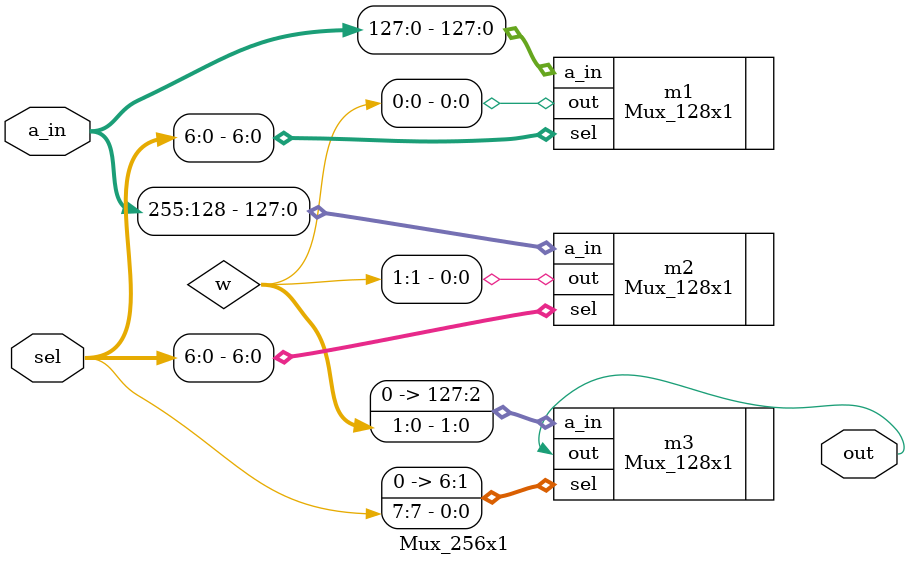
<source format=v>




module Mux_256x1 (
			input [255:0] a_in,
			input [7:0] sel,
			output out
		);

	wire [1:0] w;
	
	Mux_128x1 m1(.sel(sel[6:0]), .a_in(a_in[127:0]), .out(w[0]));
	Mux_128x1 m2(.sel(sel[6:0]), .a_in(a_in[255:128]), .out(w[1]));
	Mux_128x1 m3(.sel({6'b0, sel[7]}), .a_in({126'b0, w}), .out(out));
	

endmodule
</source>
